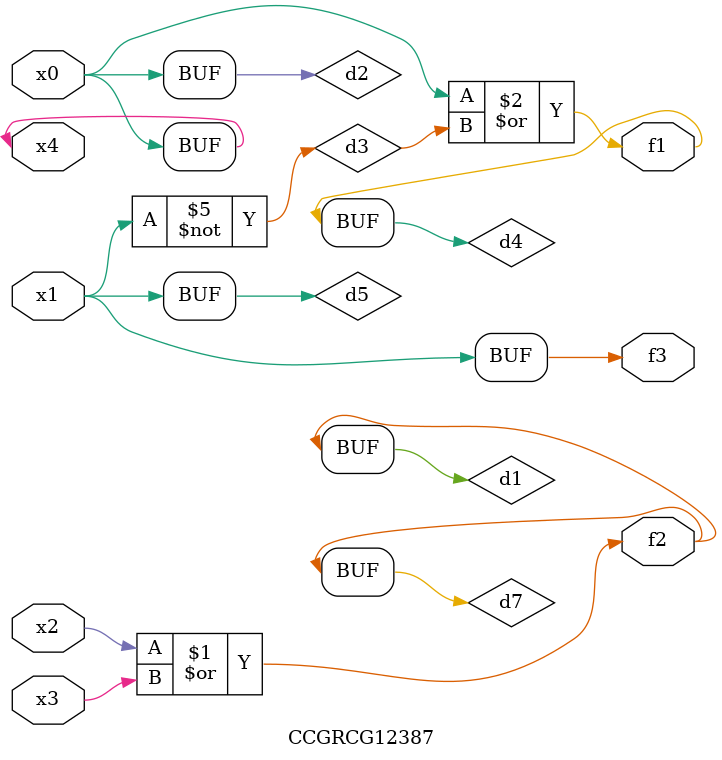
<source format=v>
module CCGRCG12387(
	input x0, x1, x2, x3, x4,
	output f1, f2, f3
);

	wire d1, d2, d3, d4, d5, d6, d7;

	or (d1, x2, x3);
	buf (d2, x0, x4);
	not (d3, x1);
	or (d4, d2, d3);
	not (d5, d3);
	nand (d6, d1, d3);
	or (d7, d1);
	assign f1 = d4;
	assign f2 = d7;
	assign f3 = d5;
endmodule

</source>
